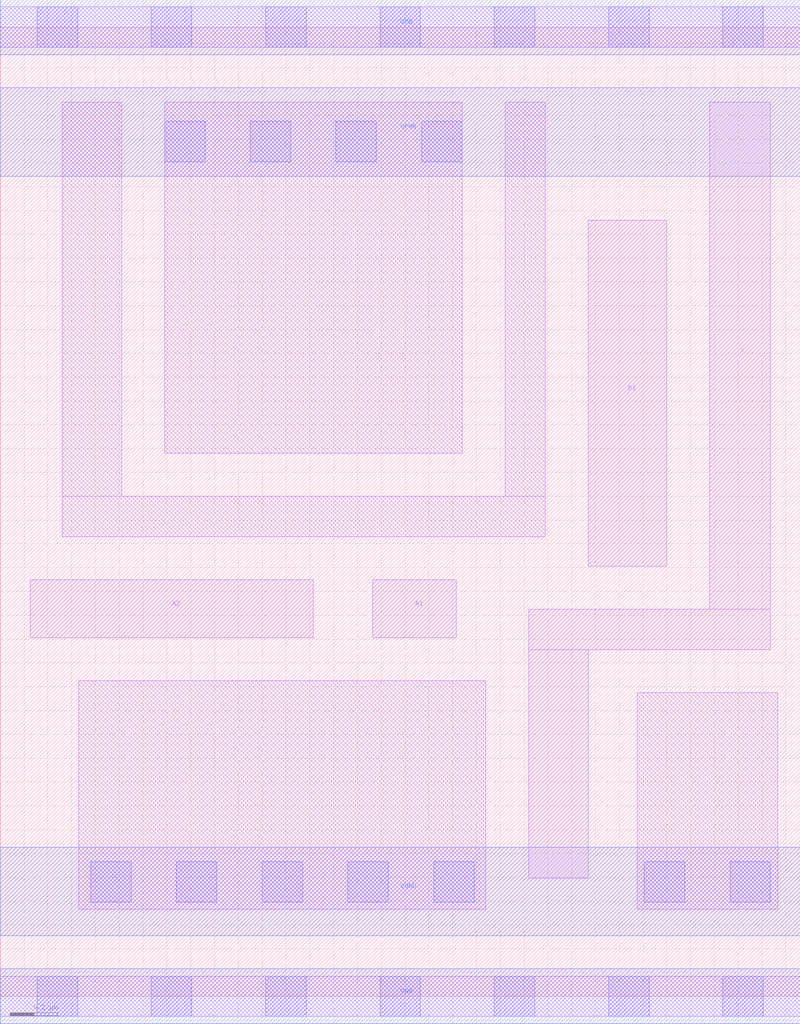
<source format=lef>
# Copyright 2020 The SkyWater PDK Authors
#
# Licensed under the Apache License, Version 2.0 (the "License");
# you may not use this file except in compliance with the License.
# You may obtain a copy of the License at
#
#     https://www.apache.org/licenses/LICENSE-2.0
#
# Unless required by applicable law or agreed to in writing, software
# distributed under the License is distributed on an "AS IS" BASIS,
# WITHOUT WARRANTIES OR CONDITIONS OF ANY KIND, either express or implied.
# See the License for the specific language governing permissions and
# limitations under the License.
#
# SPDX-License-Identifier: Apache-2.0

VERSION 5.7 ;
  NOWIREEXTENSIONATPIN ON ;
  DIVIDERCHAR "/" ;
  BUSBITCHARS "[]" ;
MACRO sky130_fd_sc_hvl__a21oi_1
  CLASS CORE ;
  FOREIGN sky130_fd_sc_hvl__a21oi_1 ;
  ORIGIN  0.000000  0.000000 ;
  SIZE  3.360000 BY  4.070000 ;
  SYMMETRY X Y ;
  SITE unithv ;
  PIN A1
    ANTENNAGATEAREA  1.125000 ;
    DIRECTION INPUT ;
    USE SIGNAL ;
    PORT
      LAYER li1 ;
        RECT 1.565000 1.505000 1.915000 1.750000 ;
    END
  END A1
  PIN A2
    ANTENNAGATEAREA  1.125000 ;
    DIRECTION INPUT ;
    USE SIGNAL ;
    PORT
      LAYER li1 ;
        RECT 0.125000 1.505000 1.315000 1.750000 ;
    END
  END A2
  PIN B1
    ANTENNAGATEAREA  1.125000 ;
    DIRECTION INPUT ;
    USE SIGNAL ;
    PORT
      LAYER li1 ;
        RECT 2.470000 1.805000 2.800000 3.260000 ;
    END
  END B1
  PIN Y
    ANTENNADIFFAREA  0.832500 ;
    DIRECTION OUTPUT ;
    USE SIGNAL ;
    PORT
      LAYER li1 ;
        RECT 2.220000 0.495000 2.470000 1.455000 ;
        RECT 2.220000 1.455000 3.235000 1.625000 ;
        RECT 2.980000 1.625000 3.235000 3.755000 ;
    END
  END Y
  PIN VGND
    DIRECTION INOUT ;
    USE GROUND ;
    PORT
      LAYER met1 ;
        RECT 0.000000 0.255000 3.360000 0.625000 ;
    END
  END VGND
  PIN VNB
    DIRECTION INOUT ;
    USE GROUND ;
    PORT
      LAYER met1 ;
        RECT 0.000000 -0.115000 3.360000 0.115000 ;
    END
  END VNB
  PIN VPB
    DIRECTION INOUT ;
    USE POWER ;
    PORT
      LAYER met1 ;
        RECT 0.000000 3.955000 3.360000 4.185000 ;
    END
  END VPB
  PIN VPWR
    DIRECTION INOUT ;
    USE POWER ;
    PORT
      LAYER met1 ;
        RECT 0.000000 3.445000 3.360000 3.815000 ;
    END
  END VPWR
  OBS
    LAYER li1 ;
      RECT 0.000000 -0.085000 3.360000 0.085000 ;
      RECT 0.000000  3.985000 3.360000 4.155000 ;
      RECT 0.260000  1.930000 2.290000 2.100000 ;
      RECT 0.260000  2.100000 0.510000 3.755000 ;
      RECT 0.330000  0.365000 2.040000 1.325000 ;
      RECT 0.690000  2.280000 1.940000 3.755000 ;
      RECT 2.120000  2.100000 2.290000 3.755000 ;
      RECT 2.675000  0.365000 3.265000 1.275000 ;
    LAYER mcon ;
      RECT 0.155000 -0.085000 0.325000 0.085000 ;
      RECT 0.155000  3.985000 0.325000 4.155000 ;
      RECT 0.380000  0.395000 0.550000 0.565000 ;
      RECT 0.635000 -0.085000 0.805000 0.085000 ;
      RECT 0.635000  3.985000 0.805000 4.155000 ;
      RECT 0.690000  3.505000 0.860000 3.675000 ;
      RECT 0.740000  0.395000 0.910000 0.565000 ;
      RECT 1.050000  3.505000 1.220000 3.675000 ;
      RECT 1.100000  0.395000 1.270000 0.565000 ;
      RECT 1.115000 -0.085000 1.285000 0.085000 ;
      RECT 1.115000  3.985000 1.285000 4.155000 ;
      RECT 1.410000  3.505000 1.580000 3.675000 ;
      RECT 1.460000  0.395000 1.630000 0.565000 ;
      RECT 1.595000 -0.085000 1.765000 0.085000 ;
      RECT 1.595000  3.985000 1.765000 4.155000 ;
      RECT 1.770000  3.505000 1.940000 3.675000 ;
      RECT 1.820000  0.395000 1.990000 0.565000 ;
      RECT 2.075000 -0.085000 2.245000 0.085000 ;
      RECT 2.075000  3.985000 2.245000 4.155000 ;
      RECT 2.555000 -0.085000 2.725000 0.085000 ;
      RECT 2.555000  3.985000 2.725000 4.155000 ;
      RECT 2.705000  0.395000 2.875000 0.565000 ;
      RECT 3.035000 -0.085000 3.205000 0.085000 ;
      RECT 3.035000  3.985000 3.205000 4.155000 ;
      RECT 3.065000  0.395000 3.235000 0.565000 ;
  END
END sky130_fd_sc_hvl__a21oi_1
END LIBRARY

</source>
